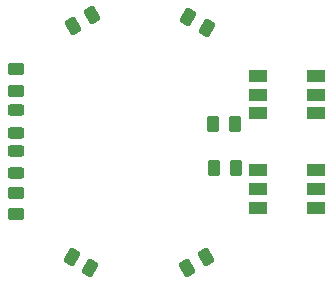
<source format=gbr>
%TF.GenerationSoftware,KiCad,Pcbnew,(7.0.0)*%
%TF.CreationDate,2023-06-29T20:54:47-07:00*%
%TF.ProjectId,glowprism_pipe_pcb,676c6f77-7072-4697-936d-5f706970655f,rev?*%
%TF.SameCoordinates,Original*%
%TF.FileFunction,Paste,Top*%
%TF.FilePolarity,Positive*%
%FSLAX46Y46*%
G04 Gerber Fmt 4.6, Leading zero omitted, Abs format (unit mm)*
G04 Created by KiCad (PCBNEW (7.0.0)) date 2023-06-29 20:54:47*
%MOMM*%
%LPD*%
G01*
G04 APERTURE LIST*
G04 Aperture macros list*
%AMRoundRect*
0 Rectangle with rounded corners*
0 $1 Rounding radius*
0 $2 $3 $4 $5 $6 $7 $8 $9 X,Y pos of 4 corners*
0 Add a 4 corners polygon primitive as box body*
4,1,4,$2,$3,$4,$5,$6,$7,$8,$9,$2,$3,0*
0 Add four circle primitives for the rounded corners*
1,1,$1+$1,$2,$3*
1,1,$1+$1,$4,$5*
1,1,$1+$1,$6,$7*
1,1,$1+$1,$8,$9*
0 Add four rect primitives between the rounded corners*
20,1,$1+$1,$2,$3,$4,$5,0*
20,1,$1+$1,$4,$5,$6,$7,0*
20,1,$1+$1,$6,$7,$8,$9,0*
20,1,$1+$1,$8,$9,$2,$3,0*%
G04 Aperture macros list end*
%ADD10RoundRect,0.250000X-0.262500X-0.450000X0.262500X-0.450000X0.262500X0.450000X-0.262500X0.450000X0*%
%ADD11RoundRect,0.250000X-0.450000X0.262500X-0.450000X-0.262500X0.450000X-0.262500X0.450000X0.262500X0*%
%ADD12RoundRect,0.250000X0.450000X-0.262500X0.450000X0.262500X-0.450000X0.262500X-0.450000X-0.262500X0*%
%ADD13RoundRect,0.250000X0.002332X0.520961X-0.452332X0.258461X-0.002332X-0.520961X0.452332X-0.258461X0*%
%ADD14RoundRect,0.250000X0.452332X0.258461X-0.002332X0.520961X-0.452332X-0.258461X0.002332X-0.520961X0*%
%ADD15RoundRect,0.250000X-0.452332X-0.258461X0.002332X-0.520961X0.452332X0.258461X-0.002332X0.520961X0*%
%ADD16RoundRect,0.250000X-0.002332X-0.520961X0.452332X-0.258461X0.002332X0.520961X-0.452332X0.258461X0*%
%ADD17R,1.500000X1.000000*%
%ADD18RoundRect,0.243750X-0.456250X0.243750X-0.456250X-0.243750X0.456250X-0.243750X0.456250X0.243750X0*%
%ADD19RoundRect,0.243750X0.456250X-0.243750X0.456250X0.243750X-0.456250X0.243750X-0.456250X-0.243750X0*%
G04 APERTURE END LIST*
D10*
%TO.C,R6*%
X8075300Y1498600D03*
X6250300Y1498600D03*
%TD*%
D11*
%TO.C,R8*%
X-10414000Y4308700D03*
X-10414000Y6133700D03*
%TD*%
D10*
%TO.C,R5*%
X8152900Y-2209800D03*
X6327900Y-2209800D03*
%TD*%
D12*
%TO.C,R7*%
X-10425600Y-6121800D03*
X-10425600Y-4296800D03*
%TD*%
D13*
%TO.C,R1*%
X4061152Y-10692450D03*
X5641648Y-9779950D03*
%TD*%
D14*
%TO.C,R2*%
X4137352Y10590850D03*
X5717848Y9678350D03*
%TD*%
D15*
%TO.C,R3*%
X-4137352Y-10667050D03*
X-5717848Y-9754550D03*
%TD*%
D16*
%TO.C,R4*%
X-4010352Y10717850D03*
X-5590848Y9805350D03*
%TD*%
D17*
%TO.C,D1*%
X10049999Y-2399999D03*
X10049999Y-3999999D03*
X10049999Y-5599999D03*
X14949999Y-5599999D03*
X14949999Y-3999999D03*
X14949999Y-2399999D03*
%TD*%
%TO.C,D2*%
X14949999Y5599999D03*
X14949999Y3999999D03*
X14949999Y2399999D03*
X10049999Y2399999D03*
X10049999Y3999999D03*
X10049999Y5599999D03*
%TD*%
D18*
%TO.C,D4*%
X-10425600Y2662400D03*
X-10425600Y787400D03*
%TD*%
D19*
%TO.C,D3*%
X-10425600Y-2641600D03*
X-10425600Y-766600D03*
%TD*%
M02*

</source>
